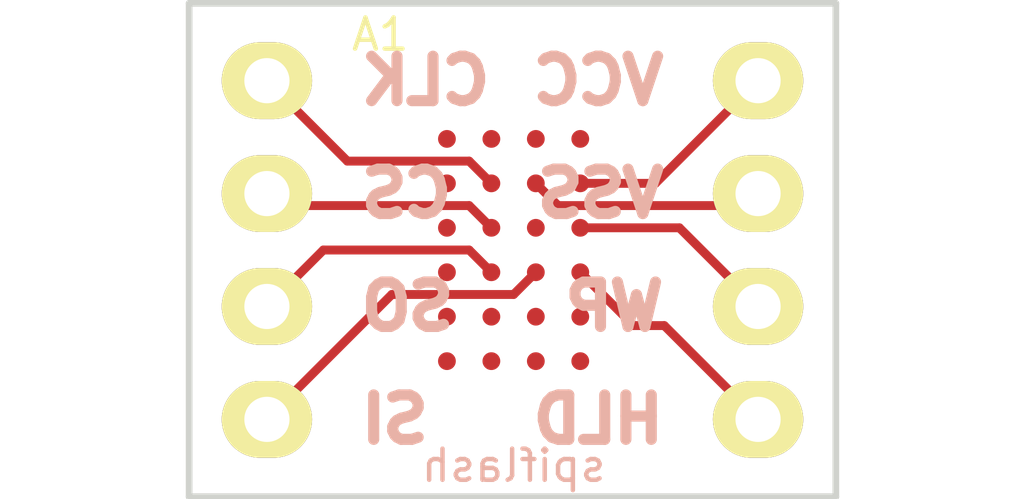
<source format=kicad_pcb>
(kicad_pcb (version 4) (host pcbnew 4.0.7-e2-6376~58~ubuntu16.04.1)

  (general
    (links 0)
    (no_connects 0)
    (area 128.844999 93.414999 152.305001 104.985001)
    (thickness 1.6)
    (drawings 14)
    (tracks 22)
    (zones 0)
    (modules 3)
    (nets 9)
  )

  (page A4)
  (layers
    (0 F.Cu signal)
    (31 B.Cu signal)
    (32 B.Adhes user)
    (33 F.Adhes user)
    (34 B.Paste user)
    (35 F.Paste user)
    (36 B.SilkS user)
    (37 F.SilkS user)
    (38 B.Mask user)
    (39 F.Mask user)
    (40 Dwgs.User user)
    (41 Cmts.User user)
    (42 Eco1.User user)
    (43 Eco2.User user)
    (44 Edge.Cuts user)
    (45 Margin user)
    (46 B.CrtYd user)
    (47 F.CrtYd user)
    (48 B.Fab user)
    (49 F.Fab user)
  )

  (setup
    (last_trace_width 0.25)
    (user_trace_width 0.2)
    (trace_clearance 0.2)
    (zone_clearance 0.508)
    (zone_45_only no)
    (trace_min 0.1)
    (segment_width 0.2)
    (edge_width 0.15)
    (via_size 0.6)
    (via_drill 0.4)
    (via_min_size 0.1)
    (via_min_drill 0.1)
    (user_via 0.4 0.254)
    (uvia_size 0.3)
    (uvia_drill 0.1)
    (uvias_allowed no)
    (uvia_min_size 0.1)
    (uvia_min_drill 0.1)
    (pcb_text_width 0.3)
    (pcb_text_size 1.5 1.5)
    (mod_edge_width 0.15)
    (mod_text_size 1 1)
    (mod_text_width 0.15)
    (pad_size 2.032 1.7272)
    (pad_drill 1.016)
    (pad_to_mask_clearance 0.2)
    (aux_axis_origin 0 0)
    (visible_elements FFFFFF7F)
    (pcbplotparams
      (layerselection 0x00030_80000001)
      (usegerberextensions false)
      (excludeedgelayer true)
      (linewidth 0.150000)
      (plotframeref false)
      (viasonmask false)
      (mode 1)
      (useauxorigin false)
      (hpglpennumber 1)
      (hpglpenspeed 20)
      (hpglpendiameter 15)
      (hpglpenoverlay 2)
      (psnegative false)
      (psa4output false)
      (plotreference true)
      (plotvalue true)
      (plotinvisibletext false)
      (padsonsilk false)
      (subtractmaskfromsilk false)
      (outputformat 1)
      (mirror false)
      (drillshape 1)
      (scaleselection 1)
      (outputdirectory ""))
  )

  (net 0 "")
  (net 1 /vcc)
  (net 2 /vss)
  (net 3 /clk)
  (net 4 /wp)
  (net 5 /cs)
  (net 6 /so)
  (net 7 /si)
  (net 8 /hld)

  (net_class Default "This is the default net class."
    (clearance 0.2)
    (trace_width 0.25)
    (via_dia 0.6)
    (via_drill 0.4)
    (uvia_dia 0.3)
    (uvia_drill 0.1)
    (add_net /clk)
    (add_net /cs)
    (add_net /hld)
    (add_net /si)
    (add_net /so)
    (add_net /vcc)
    (add_net /vss)
    (add_net /wp)
  )

  (module 00my_modules:bgaflash (layer F.Cu) (tedit 5ADF9FCE) (tstamp 5CB6949B)
    (at 140.6 99.2)
    (descr bgaflash)
    (tags "BGA 24 1.0")
    (attr smd)
    (fp_text reference "" (at 0 0) (layer F.SilkS)
      (effects (font (size 1 1) (thickness 0.15)))
    )
    (fp_text value "" (at 0 0) (layer F.Fab)
      (effects (font (size 1 1) (thickness 0.15)))
    )
    (fp_line (start -3 -4) (end -3 4) (layer F.CrtYd) (width 0.1))
    (fp_line (start 3 -4) (end 3 4) (layer F.CrtYd) (width 0.1))
    (fp_line (start -3 -4) (end 3 -4) (layer F.CrtYd) (width 0.1))
    (fp_line (start -3 4) (end 3 4) (layer F.CrtYd) (width 0.1))
    (pad A1 smd circle (at -1.5 -2.5) (size 0.4 0.4) (layers F.Cu F.Paste F.Mask))
    (pad A2 smd circle (at -0.5 -2.5) (size 0.4 0.4) (layers F.Cu F.Paste F.Mask))
    (pad A3 smd circle (at 0.5 -2.5) (size 0.4 0.4) (layers F.Cu F.Paste F.Mask))
    (pad A4 smd circle (at 1.5 -2.5) (size 0.4 0.4) (layers F.Cu F.Paste F.Mask))
    (pad B1 smd circle (at -1.5 -1.5) (size 0.4 0.4) (layers F.Cu F.Paste F.Mask))
    (pad CLK smd circle (at -0.5 -1.5) (size 0.4 0.4) (layers F.Cu F.Paste F.Mask))
    (pad VSS smd circle (at 0.5 -1.5) (size 0.4 0.4) (layers F.Cu F.Paste F.Mask))
    (pad VCC smd circle (at 1.5 -1.5) (size 0.4 0.4) (layers F.Cu F.Paste F.Mask))
    (pad C1 smd circle (at -1.5 -0.5) (size 0.4 0.4) (layers F.Cu F.Paste F.Mask))
    (pad CS smd circle (at -0.5 -0.5) (size 0.4 0.4) (layers F.Cu F.Paste F.Mask))
    (pad C3 smd circle (at 0.5 -0.5) (size 0.4 0.4) (layers F.Cu F.Paste F.Mask))
    (pad WP smd circle (at 1.5 -0.5) (size 0.4 0.4) (layers F.Cu F.Paste F.Mask))
    (pad D1 smd circle (at -1.5 0.5) (size 0.4 0.4) (layers F.Cu F.Paste F.Mask))
    (pad SO smd circle (at -0.5 0.5) (size 0.4 0.4) (layers F.Cu F.Paste F.Mask))
    (pad SI smd circle (at 0.5 0.5) (size 0.4 0.4) (layers F.Cu F.Paste F.Mask))
    (pad HLD smd circle (at 1.5 0.5) (size 0.4 0.4) (layers F.Cu F.Paste F.Mask))
    (pad E1 smd circle (at -1.5 1.5) (size 0.4 0.4) (layers F.Cu F.Paste F.Mask))
    (pad E2 smd circle (at -0.5 1.5) (size 0.4 0.4) (layers F.Cu F.Paste F.Mask))
    (pad E3 smd circle (at 0.5 1.5) (size 0.4 0.4) (layers F.Cu F.Paste F.Mask))
    (pad E4 smd circle (at 1.5 1.5) (size 0.4 0.4) (layers F.Cu F.Paste F.Mask))
    (pad F1 smd circle (at -1.5 2.5) (size 0.4 0.4) (layers F.Cu F.Paste F.Mask))
    (pad F2 smd circle (at -0.5 2.5) (size 0.4 0.4) (layers F.Cu F.Paste F.Mask))
    (pad F3 smd circle (at 0.5 2.5) (size 0.4 0.4) (layers F.Cu F.Paste F.Mask))
    (pad F4 smd circle (at 1.5 2.5) (size 0.4 0.4) (layers F.Cu F.Paste F.Mask))
  )

  (module 00my_modules:header1x4straight (layer F.Cu) (tedit 5CBFB0A7) (tstamp 5CB6A438)
    (at 146.1 99.2)
    (descr "Through hole pin header")
    (tags "pin header")
    (fp_text reference "" (at 0 -2.4) (layer F.SilkS)
      (effects (font (size 0.5 0.5) (thickness 0.01)))
    )
    (fp_text value "" (at 0 -3.1) (layer F.Fab)
      (effects (font (size 0.5 0.5) (thickness 0.01)))
    )
    (fp_line (start -1.75 -5.56) (end -1.75 5.56) (layer F.CrtYd) (width 0.05))
    (fp_line (start 1.75 -5.56) (end 1.75 5.56) (layer F.CrtYd) (width 0.05))
    (fp_line (start -1.75 -5.56) (end 1.75 -5.56) (layer F.CrtYd) (width 0.05))
    (fp_line (start -1.75 5.56) (end 1.75 5.56) (layer F.CrtYd) (width 0.05))
    (fp_line (start -6 -3.81) (end 6 -3.81) (layer F.CrtYd) (width 0.01))
    (fp_line (start -6 0) (end 6 0) (layer F.CrtYd) (width 0.01))
    (fp_line (start -6 3.81) (end 6 3.81) (layer F.CrtYd) (width 0.01))
    (pad 1 thru_hole oval (at 0 -3.81) (size 2.032 1.7272) (drill 1.016) (layers *.Cu *.Mask F.SilkS)
      (net 1 /vcc))
    (pad 2 thru_hole oval (at 0 -1.27) (size 2.032 1.7272) (drill 1.016) (layers *.Cu *.Mask F.SilkS)
      (net 2 /vss))
    (pad 3 thru_hole oval (at 0 1.27) (size 2.032 1.7272) (drill 1.016) (layers *.Cu *.Mask F.SilkS)
      (net 4 /wp))
    (pad 4 thru_hole oval (at 0 3.81) (size 2.032 1.7272) (drill 1.016) (layers *.Cu *.Mask F.SilkS)
      (net 8 /hld))
  )

  (module 00my_modules:header1x4straight (layer F.Cu) (tedit 0) (tstamp 5CB6A455)
    (at 135.05 99.2)
    (descr "Through hole pin header")
    (tags "pin header")
    (fp_text reference "" (at 0 -2.4) (layer F.SilkS)
      (effects (font (size 0.5 0.5) (thickness 0.01)))
    )
    (fp_text value "" (at 0 -3.1) (layer F.Fab)
      (effects (font (size 0.5 0.5) (thickness 0.01)))
    )
    (fp_line (start -1.75 -5.56) (end -1.75 5.56) (layer F.CrtYd) (width 0.05))
    (fp_line (start 1.75 -5.56) (end 1.75 5.56) (layer F.CrtYd) (width 0.05))
    (fp_line (start -1.75 -5.56) (end 1.75 -5.56) (layer F.CrtYd) (width 0.05))
    (fp_line (start -1.75 5.56) (end 1.75 5.56) (layer F.CrtYd) (width 0.05))
    (fp_line (start -6 -3.81) (end 6 -3.81) (layer F.CrtYd) (width 0.01))
    (fp_line (start -6 0) (end 6 0) (layer F.CrtYd) (width 0.01))
    (fp_line (start -6 3.81) (end 6 3.81) (layer F.CrtYd) (width 0.01))
    (pad 1 thru_hole oval (at 0 -3.81) (size 2.032 1.7272) (drill 1.016) (layers *.Cu *.Mask F.SilkS)
      (net 3 /clk))
    (pad 2 thru_hole oval (at 0 -1.27) (size 2.032 1.7272) (drill 1.016) (layers *.Cu *.Mask F.SilkS)
      (net 5 /cs))
    (pad 3 thru_hole oval (at 0 1.27) (size 2.032 1.7272) (drill 1.016) (layers *.Cu *.Mask F.SilkS)
      (net 6 /so))
    (pad 4 thru_hole oval (at 0 3.81) (size 2.032 1.7272) (drill 1.016) (layers *.Cu *.Mask F.SilkS)
      (net 7 /si))
  )

  (gr_text spiflash (at 140.6 104.05) (layer B.SilkS)
    (effects (font (size 0.7 0.7) (thickness 0.1)) (justify mirror))
  )
  (gr_text VCC (at 144.1 95.39) (layer B.SilkS)
    (effects (font (size 1 1) (thickness 0.3)) (justify left mirror))
  )
  (gr_text VSS (at 144.1 97.93) (layer B.SilkS)
    (effects (font (size 1 1) (thickness 0.3)) (justify left mirror))
  )
  (gr_text WP (at 144.1 100.47) (layer B.SilkS)
    (effects (font (size 1 1) (thickness 0.3)) (justify left mirror))
  )
  (gr_text HLD (at 144.1 103.01) (layer B.SilkS)
    (effects (font (size 1 1) (thickness 0.3)) (justify left mirror))
  )
  (gr_text CLK (at 137.05 95.39) (layer B.SilkS)
    (effects (font (size 1 1) (thickness 0.3)) (justify right mirror))
  )
  (gr_text CS (at 137.05 97.93) (layer B.SilkS)
    (effects (font (size 1 1) (thickness 0.3)) (justify right mirror))
  )
  (gr_text SO (at 137.05 100.47) (layer B.SilkS)
    (effects (font (size 1 1) (thickness 0.3)) (justify right mirror))
  )
  (gr_text SI (at 137.05 103.01) (layer B.SilkS)
    (effects (font (size 1 1) (thickness 0.3)) (justify right mirror))
  )
  (gr_text A1 (at 137.6 94.35) (layer F.SilkS)
    (effects (font (size 0.7 0.7) (thickness 0.1)))
  )
  (gr_line (start 133.3 104.75) (end 133.3 93.65) (angle 90) (layer Edge.Cuts) (width 0.15))
  (gr_line (start 147.85 104.75) (end 133.3 104.75) (angle 90) (layer Edge.Cuts) (width 0.15))
  (gr_line (start 147.85 93.65) (end 147.85 104.75) (angle 90) (layer Edge.Cuts) (width 0.15))
  (gr_line (start 133.3 93.65) (end 147.85 93.65) (angle 90) (layer Edge.Cuts) (width 0.15))

  (segment (start 142.1 97.7) (end 143.79 97.7) (width 0.2) (layer F.Cu) (net 1))
  (segment (start 143.79 97.7) (end 146.1 95.39) (width 0.2) (layer F.Cu) (net 1) (tstamp 5CB6A46C))
  (segment (start 141.1 97.7) (end 141.6 98.2) (width 0.2) (layer F.Cu) (net 2))
  (segment (start 141.6 98.2) (end 145.83 98.2) (width 0.2) (layer F.Cu) (net 2) (tstamp 5CB6A46F))
  (segment (start 145.83 98.2) (end 146.1 97.93) (width 0.2) (layer F.Cu) (net 2) (tstamp 5CB6A470))
  (segment (start 140.1 97.7) (end 139.6 97.2) (width 0.2) (layer F.Cu) (net 3))
  (segment (start 136.86 97.2) (end 135.05 95.39) (width 0.2) (layer F.Cu) (net 3) (tstamp 5CB6A479))
  (segment (start 139.6 97.2) (end 136.86 97.2) (width 0.2) (layer F.Cu) (net 3) (tstamp 5CB6A478))
  (segment (start 142.1 98.7) (end 144.33 98.7) (width 0.2) (layer F.Cu) (net 4))
  (segment (start 144.33 98.7) (end 146.1 100.47) (width 0.2) (layer F.Cu) (net 4) (tstamp 5CB6A472))
  (segment (start 140.1 98.7) (end 139.6 98.2) (width 0.2) (layer F.Cu) (net 5))
  (segment (start 139.6 98.2) (end 135.32 98.2) (width 0.2) (layer F.Cu) (net 5) (tstamp 5CB6A47C))
  (segment (start 135.32 98.2) (end 135.05 97.93) (width 0.2) (layer F.Cu) (net 5) (tstamp 5CB6A47D))
  (segment (start 140.1 99.7) (end 139.6 99.2) (width 0.2) (layer F.Cu) (net 6))
  (segment (start 136.32 99.2) (end 135.05 100.47) (width 0.2) (layer F.Cu) (net 6) (tstamp 5CB6A480))
  (segment (start 139.6 99.2) (end 136.32 99.2) (width 0.2) (layer F.Cu) (net 6) (tstamp 5CB6A47F))
  (segment (start 141.1 99.7) (end 140.6 100.2) (width 0.2) (layer F.Cu) (net 7))
  (segment (start 137.86 100.2) (end 135.05 103.01) (width 0.2) (layer F.Cu) (net 7) (tstamp 5CB6A484))
  (segment (start 140.6 100.2) (end 137.86 100.2) (width 0.2) (layer F.Cu) (net 7) (tstamp 5CB6A483))
  (segment (start 142.1 99.7) (end 143.3 100.9) (width 0.2) (layer F.Cu) (net 8))
  (segment (start 143.99 100.9) (end 146.1 103.01) (width 0.2) (layer F.Cu) (net 8) (tstamp 5CB6A476))
  (segment (start 143.3 100.9) (end 143.99 100.9) (width 0.2) (layer F.Cu) (net 8) (tstamp 5CB6A475))

)

</source>
